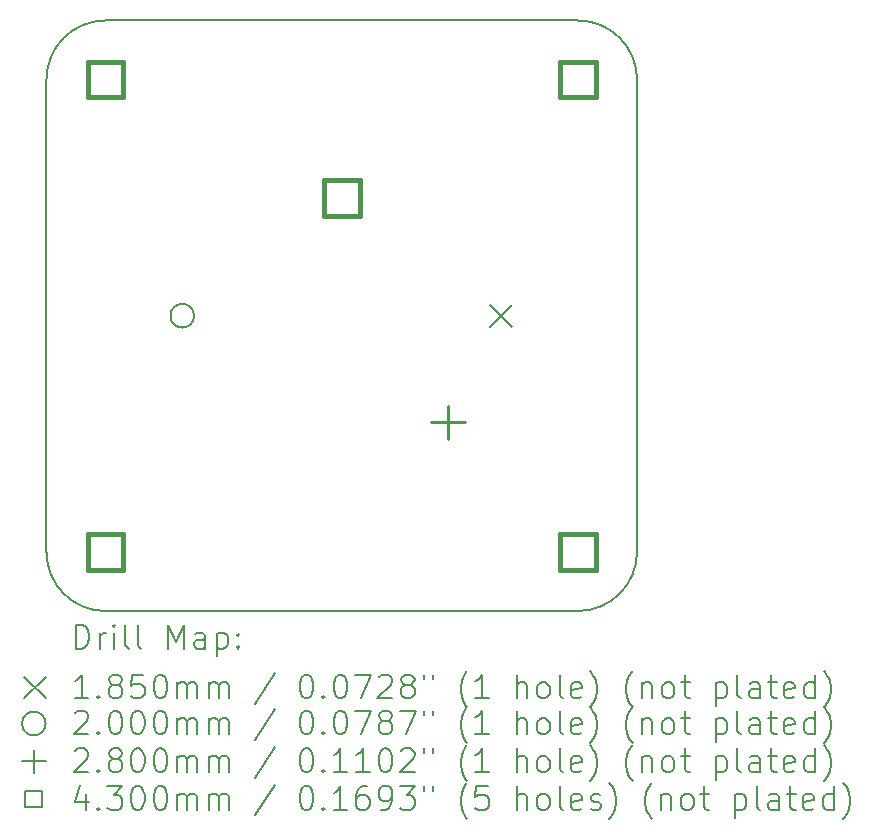
<source format=gbr>
%TF.GenerationSoftware,KiCad,Pcbnew,6.0.11+dfsg-1*%
%TF.CreationDate,2023-12-17T01:10:25-05:00*%
%TF.ProjectId,x27_controller,7832375f-636f-46e7-9472-6f6c6c65722e,rev?*%
%TF.SameCoordinates,Original*%
%TF.FileFunction,Drillmap*%
%TF.FilePolarity,Positive*%
%FSLAX45Y45*%
G04 Gerber Fmt 4.5, Leading zero omitted, Abs format (unit mm)*
G04 Created by KiCad (PCBNEW 6.0.11+dfsg-1) date 2023-12-17 01:10:25*
%MOMM*%
%LPD*%
G01*
G04 APERTURE LIST*
%ADD10C,0.150000*%
%ADD11C,0.200000*%
%ADD12C,0.185000*%
%ADD13C,0.280000*%
%ADD14C,0.430000*%
G04 APERTURE END LIST*
D10*
X10000000Y-9500000D02*
G75*
G03*
X10500000Y-10000000I500000J0D01*
G01*
X10500000Y-10000000D02*
X14500000Y-10000000D01*
X10500000Y-5000000D02*
X14500000Y-5000000D01*
X15000000Y-5500000D02*
G75*
G03*
X14500000Y-5000000I-500000J0D01*
G01*
X10500000Y-5000000D02*
G75*
G03*
X10000000Y-5500000I0J-500000D01*
G01*
X15000000Y-5500000D02*
X15000000Y-9500000D01*
X10000000Y-5500000D02*
X10000000Y-9500000D01*
X14500000Y-10000000D02*
G75*
G03*
X15000000Y-9500000I0J500000D01*
G01*
D11*
D12*
X13757500Y-7407500D02*
X13942500Y-7592500D01*
X13942500Y-7407500D02*
X13757500Y-7592500D01*
D11*
X11250000Y-7500000D02*
G75*
G03*
X11250000Y-7500000I-100000J0D01*
G01*
D13*
X13400000Y-8260000D02*
X13400000Y-8540000D01*
X13260000Y-8400000D02*
X13540000Y-8400000D01*
D14*
X10652029Y-5652029D02*
X10652029Y-5347971D01*
X10347971Y-5347971D01*
X10347971Y-5652029D01*
X10652029Y-5652029D01*
X10652029Y-9652029D02*
X10652029Y-9347971D01*
X10347971Y-9347971D01*
X10347971Y-9652029D01*
X10652029Y-9652029D01*
X12652029Y-6652029D02*
X12652029Y-6347971D01*
X12347971Y-6347971D01*
X12347971Y-6652029D01*
X12652029Y-6652029D01*
X14652029Y-5652029D02*
X14652029Y-5347971D01*
X14347971Y-5347971D01*
X14347971Y-5652029D01*
X14652029Y-5652029D01*
X14652029Y-9652029D02*
X14652029Y-9347971D01*
X14347971Y-9347971D01*
X14347971Y-9652029D01*
X14652029Y-9652029D01*
D11*
X10250119Y-10317976D02*
X10250119Y-10117976D01*
X10297738Y-10117976D01*
X10326310Y-10127500D01*
X10345357Y-10146548D01*
X10354881Y-10165595D01*
X10364405Y-10203690D01*
X10364405Y-10232262D01*
X10354881Y-10270357D01*
X10345357Y-10289405D01*
X10326310Y-10308452D01*
X10297738Y-10317976D01*
X10250119Y-10317976D01*
X10450119Y-10317976D02*
X10450119Y-10184643D01*
X10450119Y-10222738D02*
X10459643Y-10203690D01*
X10469167Y-10194167D01*
X10488214Y-10184643D01*
X10507262Y-10184643D01*
X10573929Y-10317976D02*
X10573929Y-10184643D01*
X10573929Y-10117976D02*
X10564405Y-10127500D01*
X10573929Y-10137024D01*
X10583452Y-10127500D01*
X10573929Y-10117976D01*
X10573929Y-10137024D01*
X10697738Y-10317976D02*
X10678690Y-10308452D01*
X10669167Y-10289405D01*
X10669167Y-10117976D01*
X10802500Y-10317976D02*
X10783452Y-10308452D01*
X10773929Y-10289405D01*
X10773929Y-10117976D01*
X11031071Y-10317976D02*
X11031071Y-10117976D01*
X11097738Y-10260833D01*
X11164405Y-10117976D01*
X11164405Y-10317976D01*
X11345357Y-10317976D02*
X11345357Y-10213214D01*
X11335833Y-10194167D01*
X11316786Y-10184643D01*
X11278690Y-10184643D01*
X11259643Y-10194167D01*
X11345357Y-10308452D02*
X11326309Y-10317976D01*
X11278690Y-10317976D01*
X11259643Y-10308452D01*
X11250119Y-10289405D01*
X11250119Y-10270357D01*
X11259643Y-10251310D01*
X11278690Y-10241786D01*
X11326309Y-10241786D01*
X11345357Y-10232262D01*
X11440595Y-10184643D02*
X11440595Y-10384643D01*
X11440595Y-10194167D02*
X11459643Y-10184643D01*
X11497738Y-10184643D01*
X11516786Y-10194167D01*
X11526309Y-10203690D01*
X11535833Y-10222738D01*
X11535833Y-10279881D01*
X11526309Y-10298929D01*
X11516786Y-10308452D01*
X11497738Y-10317976D01*
X11459643Y-10317976D01*
X11440595Y-10308452D01*
X11621548Y-10298929D02*
X11631071Y-10308452D01*
X11621548Y-10317976D01*
X11612024Y-10308452D01*
X11621548Y-10298929D01*
X11621548Y-10317976D01*
X11621548Y-10194167D02*
X11631071Y-10203690D01*
X11621548Y-10213214D01*
X11612024Y-10203690D01*
X11621548Y-10194167D01*
X11621548Y-10213214D01*
D12*
X9807500Y-10555000D02*
X9992500Y-10740000D01*
X9992500Y-10555000D02*
X9807500Y-10740000D01*
D11*
X10354881Y-10737976D02*
X10240595Y-10737976D01*
X10297738Y-10737976D02*
X10297738Y-10537976D01*
X10278690Y-10566548D01*
X10259643Y-10585595D01*
X10240595Y-10595119D01*
X10440595Y-10718929D02*
X10450119Y-10728452D01*
X10440595Y-10737976D01*
X10431071Y-10728452D01*
X10440595Y-10718929D01*
X10440595Y-10737976D01*
X10564405Y-10623690D02*
X10545357Y-10614167D01*
X10535833Y-10604643D01*
X10526310Y-10585595D01*
X10526310Y-10576071D01*
X10535833Y-10557024D01*
X10545357Y-10547500D01*
X10564405Y-10537976D01*
X10602500Y-10537976D01*
X10621548Y-10547500D01*
X10631071Y-10557024D01*
X10640595Y-10576071D01*
X10640595Y-10585595D01*
X10631071Y-10604643D01*
X10621548Y-10614167D01*
X10602500Y-10623690D01*
X10564405Y-10623690D01*
X10545357Y-10633214D01*
X10535833Y-10642738D01*
X10526310Y-10661786D01*
X10526310Y-10699881D01*
X10535833Y-10718929D01*
X10545357Y-10728452D01*
X10564405Y-10737976D01*
X10602500Y-10737976D01*
X10621548Y-10728452D01*
X10631071Y-10718929D01*
X10640595Y-10699881D01*
X10640595Y-10661786D01*
X10631071Y-10642738D01*
X10621548Y-10633214D01*
X10602500Y-10623690D01*
X10821548Y-10537976D02*
X10726310Y-10537976D01*
X10716786Y-10633214D01*
X10726310Y-10623690D01*
X10745357Y-10614167D01*
X10792976Y-10614167D01*
X10812024Y-10623690D01*
X10821548Y-10633214D01*
X10831071Y-10652262D01*
X10831071Y-10699881D01*
X10821548Y-10718929D01*
X10812024Y-10728452D01*
X10792976Y-10737976D01*
X10745357Y-10737976D01*
X10726310Y-10728452D01*
X10716786Y-10718929D01*
X10954881Y-10537976D02*
X10973929Y-10537976D01*
X10992976Y-10547500D01*
X11002500Y-10557024D01*
X11012024Y-10576071D01*
X11021548Y-10614167D01*
X11021548Y-10661786D01*
X11012024Y-10699881D01*
X11002500Y-10718929D01*
X10992976Y-10728452D01*
X10973929Y-10737976D01*
X10954881Y-10737976D01*
X10935833Y-10728452D01*
X10926310Y-10718929D01*
X10916786Y-10699881D01*
X10907262Y-10661786D01*
X10907262Y-10614167D01*
X10916786Y-10576071D01*
X10926310Y-10557024D01*
X10935833Y-10547500D01*
X10954881Y-10537976D01*
X11107262Y-10737976D02*
X11107262Y-10604643D01*
X11107262Y-10623690D02*
X11116786Y-10614167D01*
X11135833Y-10604643D01*
X11164405Y-10604643D01*
X11183452Y-10614167D01*
X11192976Y-10633214D01*
X11192976Y-10737976D01*
X11192976Y-10633214D02*
X11202500Y-10614167D01*
X11221548Y-10604643D01*
X11250119Y-10604643D01*
X11269167Y-10614167D01*
X11278690Y-10633214D01*
X11278690Y-10737976D01*
X11373928Y-10737976D02*
X11373928Y-10604643D01*
X11373928Y-10623690D02*
X11383452Y-10614167D01*
X11402500Y-10604643D01*
X11431071Y-10604643D01*
X11450119Y-10614167D01*
X11459643Y-10633214D01*
X11459643Y-10737976D01*
X11459643Y-10633214D02*
X11469167Y-10614167D01*
X11488214Y-10604643D01*
X11516786Y-10604643D01*
X11535833Y-10614167D01*
X11545357Y-10633214D01*
X11545357Y-10737976D01*
X11935833Y-10528452D02*
X11764405Y-10785595D01*
X12192976Y-10537976D02*
X12212024Y-10537976D01*
X12231071Y-10547500D01*
X12240595Y-10557024D01*
X12250119Y-10576071D01*
X12259643Y-10614167D01*
X12259643Y-10661786D01*
X12250119Y-10699881D01*
X12240595Y-10718929D01*
X12231071Y-10728452D01*
X12212024Y-10737976D01*
X12192976Y-10737976D01*
X12173928Y-10728452D01*
X12164405Y-10718929D01*
X12154881Y-10699881D01*
X12145357Y-10661786D01*
X12145357Y-10614167D01*
X12154881Y-10576071D01*
X12164405Y-10557024D01*
X12173928Y-10547500D01*
X12192976Y-10537976D01*
X12345357Y-10718929D02*
X12354881Y-10728452D01*
X12345357Y-10737976D01*
X12335833Y-10728452D01*
X12345357Y-10718929D01*
X12345357Y-10737976D01*
X12478690Y-10537976D02*
X12497738Y-10537976D01*
X12516786Y-10547500D01*
X12526309Y-10557024D01*
X12535833Y-10576071D01*
X12545357Y-10614167D01*
X12545357Y-10661786D01*
X12535833Y-10699881D01*
X12526309Y-10718929D01*
X12516786Y-10728452D01*
X12497738Y-10737976D01*
X12478690Y-10737976D01*
X12459643Y-10728452D01*
X12450119Y-10718929D01*
X12440595Y-10699881D01*
X12431071Y-10661786D01*
X12431071Y-10614167D01*
X12440595Y-10576071D01*
X12450119Y-10557024D01*
X12459643Y-10547500D01*
X12478690Y-10537976D01*
X12612024Y-10537976D02*
X12745357Y-10537976D01*
X12659643Y-10737976D01*
X12812024Y-10557024D02*
X12821548Y-10547500D01*
X12840595Y-10537976D01*
X12888214Y-10537976D01*
X12907262Y-10547500D01*
X12916786Y-10557024D01*
X12926309Y-10576071D01*
X12926309Y-10595119D01*
X12916786Y-10623690D01*
X12802500Y-10737976D01*
X12926309Y-10737976D01*
X13040595Y-10623690D02*
X13021548Y-10614167D01*
X13012024Y-10604643D01*
X13002500Y-10585595D01*
X13002500Y-10576071D01*
X13012024Y-10557024D01*
X13021548Y-10547500D01*
X13040595Y-10537976D01*
X13078690Y-10537976D01*
X13097738Y-10547500D01*
X13107262Y-10557024D01*
X13116786Y-10576071D01*
X13116786Y-10585595D01*
X13107262Y-10604643D01*
X13097738Y-10614167D01*
X13078690Y-10623690D01*
X13040595Y-10623690D01*
X13021548Y-10633214D01*
X13012024Y-10642738D01*
X13002500Y-10661786D01*
X13002500Y-10699881D01*
X13012024Y-10718929D01*
X13021548Y-10728452D01*
X13040595Y-10737976D01*
X13078690Y-10737976D01*
X13097738Y-10728452D01*
X13107262Y-10718929D01*
X13116786Y-10699881D01*
X13116786Y-10661786D01*
X13107262Y-10642738D01*
X13097738Y-10633214D01*
X13078690Y-10623690D01*
X13192976Y-10537976D02*
X13192976Y-10576071D01*
X13269167Y-10537976D02*
X13269167Y-10576071D01*
X13564405Y-10814167D02*
X13554881Y-10804643D01*
X13535833Y-10776071D01*
X13526309Y-10757024D01*
X13516786Y-10728452D01*
X13507262Y-10680833D01*
X13507262Y-10642738D01*
X13516786Y-10595119D01*
X13526309Y-10566548D01*
X13535833Y-10547500D01*
X13554881Y-10518929D01*
X13564405Y-10509405D01*
X13745357Y-10737976D02*
X13631071Y-10737976D01*
X13688214Y-10737976D02*
X13688214Y-10537976D01*
X13669167Y-10566548D01*
X13650119Y-10585595D01*
X13631071Y-10595119D01*
X13983452Y-10737976D02*
X13983452Y-10537976D01*
X14069167Y-10737976D02*
X14069167Y-10633214D01*
X14059643Y-10614167D01*
X14040595Y-10604643D01*
X14012024Y-10604643D01*
X13992976Y-10614167D01*
X13983452Y-10623690D01*
X14192976Y-10737976D02*
X14173928Y-10728452D01*
X14164405Y-10718929D01*
X14154881Y-10699881D01*
X14154881Y-10642738D01*
X14164405Y-10623690D01*
X14173928Y-10614167D01*
X14192976Y-10604643D01*
X14221548Y-10604643D01*
X14240595Y-10614167D01*
X14250119Y-10623690D01*
X14259643Y-10642738D01*
X14259643Y-10699881D01*
X14250119Y-10718929D01*
X14240595Y-10728452D01*
X14221548Y-10737976D01*
X14192976Y-10737976D01*
X14373928Y-10737976D02*
X14354881Y-10728452D01*
X14345357Y-10709405D01*
X14345357Y-10537976D01*
X14526309Y-10728452D02*
X14507262Y-10737976D01*
X14469167Y-10737976D01*
X14450119Y-10728452D01*
X14440595Y-10709405D01*
X14440595Y-10633214D01*
X14450119Y-10614167D01*
X14469167Y-10604643D01*
X14507262Y-10604643D01*
X14526309Y-10614167D01*
X14535833Y-10633214D01*
X14535833Y-10652262D01*
X14440595Y-10671310D01*
X14602500Y-10814167D02*
X14612024Y-10804643D01*
X14631071Y-10776071D01*
X14640595Y-10757024D01*
X14650119Y-10728452D01*
X14659643Y-10680833D01*
X14659643Y-10642738D01*
X14650119Y-10595119D01*
X14640595Y-10566548D01*
X14631071Y-10547500D01*
X14612024Y-10518929D01*
X14602500Y-10509405D01*
X14964405Y-10814167D02*
X14954881Y-10804643D01*
X14935833Y-10776071D01*
X14926309Y-10757024D01*
X14916786Y-10728452D01*
X14907262Y-10680833D01*
X14907262Y-10642738D01*
X14916786Y-10595119D01*
X14926309Y-10566548D01*
X14935833Y-10547500D01*
X14954881Y-10518929D01*
X14964405Y-10509405D01*
X15040595Y-10604643D02*
X15040595Y-10737976D01*
X15040595Y-10623690D02*
X15050119Y-10614167D01*
X15069167Y-10604643D01*
X15097738Y-10604643D01*
X15116786Y-10614167D01*
X15126309Y-10633214D01*
X15126309Y-10737976D01*
X15250119Y-10737976D02*
X15231071Y-10728452D01*
X15221548Y-10718929D01*
X15212024Y-10699881D01*
X15212024Y-10642738D01*
X15221548Y-10623690D01*
X15231071Y-10614167D01*
X15250119Y-10604643D01*
X15278690Y-10604643D01*
X15297738Y-10614167D01*
X15307262Y-10623690D01*
X15316786Y-10642738D01*
X15316786Y-10699881D01*
X15307262Y-10718929D01*
X15297738Y-10728452D01*
X15278690Y-10737976D01*
X15250119Y-10737976D01*
X15373928Y-10604643D02*
X15450119Y-10604643D01*
X15402500Y-10537976D02*
X15402500Y-10709405D01*
X15412024Y-10728452D01*
X15431071Y-10737976D01*
X15450119Y-10737976D01*
X15669167Y-10604643D02*
X15669167Y-10804643D01*
X15669167Y-10614167D02*
X15688214Y-10604643D01*
X15726309Y-10604643D01*
X15745357Y-10614167D01*
X15754881Y-10623690D01*
X15764405Y-10642738D01*
X15764405Y-10699881D01*
X15754881Y-10718929D01*
X15745357Y-10728452D01*
X15726309Y-10737976D01*
X15688214Y-10737976D01*
X15669167Y-10728452D01*
X15878690Y-10737976D02*
X15859643Y-10728452D01*
X15850119Y-10709405D01*
X15850119Y-10537976D01*
X16040595Y-10737976D02*
X16040595Y-10633214D01*
X16031071Y-10614167D01*
X16012024Y-10604643D01*
X15973928Y-10604643D01*
X15954881Y-10614167D01*
X16040595Y-10728452D02*
X16021548Y-10737976D01*
X15973928Y-10737976D01*
X15954881Y-10728452D01*
X15945357Y-10709405D01*
X15945357Y-10690357D01*
X15954881Y-10671310D01*
X15973928Y-10661786D01*
X16021548Y-10661786D01*
X16040595Y-10652262D01*
X16107262Y-10604643D02*
X16183452Y-10604643D01*
X16135833Y-10537976D02*
X16135833Y-10709405D01*
X16145357Y-10728452D01*
X16164405Y-10737976D01*
X16183452Y-10737976D01*
X16326309Y-10728452D02*
X16307262Y-10737976D01*
X16269167Y-10737976D01*
X16250119Y-10728452D01*
X16240595Y-10709405D01*
X16240595Y-10633214D01*
X16250119Y-10614167D01*
X16269167Y-10604643D01*
X16307262Y-10604643D01*
X16326309Y-10614167D01*
X16335833Y-10633214D01*
X16335833Y-10652262D01*
X16240595Y-10671310D01*
X16507262Y-10737976D02*
X16507262Y-10537976D01*
X16507262Y-10728452D02*
X16488214Y-10737976D01*
X16450119Y-10737976D01*
X16431071Y-10728452D01*
X16421548Y-10718929D01*
X16412024Y-10699881D01*
X16412024Y-10642738D01*
X16421548Y-10623690D01*
X16431071Y-10614167D01*
X16450119Y-10604643D01*
X16488214Y-10604643D01*
X16507262Y-10614167D01*
X16583452Y-10814167D02*
X16592976Y-10804643D01*
X16612024Y-10776071D01*
X16621548Y-10757024D01*
X16631071Y-10728452D01*
X16640595Y-10680833D01*
X16640595Y-10642738D01*
X16631071Y-10595119D01*
X16621548Y-10566548D01*
X16612024Y-10547500D01*
X16592976Y-10518929D01*
X16583452Y-10509405D01*
X9992500Y-10952500D02*
G75*
G03*
X9992500Y-10952500I-100000J0D01*
G01*
X10240595Y-10862024D02*
X10250119Y-10852500D01*
X10269167Y-10842976D01*
X10316786Y-10842976D01*
X10335833Y-10852500D01*
X10345357Y-10862024D01*
X10354881Y-10881071D01*
X10354881Y-10900119D01*
X10345357Y-10928690D01*
X10231071Y-11042976D01*
X10354881Y-11042976D01*
X10440595Y-11023929D02*
X10450119Y-11033452D01*
X10440595Y-11042976D01*
X10431071Y-11033452D01*
X10440595Y-11023929D01*
X10440595Y-11042976D01*
X10573929Y-10842976D02*
X10592976Y-10842976D01*
X10612024Y-10852500D01*
X10621548Y-10862024D01*
X10631071Y-10881071D01*
X10640595Y-10919167D01*
X10640595Y-10966786D01*
X10631071Y-11004881D01*
X10621548Y-11023929D01*
X10612024Y-11033452D01*
X10592976Y-11042976D01*
X10573929Y-11042976D01*
X10554881Y-11033452D01*
X10545357Y-11023929D01*
X10535833Y-11004881D01*
X10526310Y-10966786D01*
X10526310Y-10919167D01*
X10535833Y-10881071D01*
X10545357Y-10862024D01*
X10554881Y-10852500D01*
X10573929Y-10842976D01*
X10764405Y-10842976D02*
X10783452Y-10842976D01*
X10802500Y-10852500D01*
X10812024Y-10862024D01*
X10821548Y-10881071D01*
X10831071Y-10919167D01*
X10831071Y-10966786D01*
X10821548Y-11004881D01*
X10812024Y-11023929D01*
X10802500Y-11033452D01*
X10783452Y-11042976D01*
X10764405Y-11042976D01*
X10745357Y-11033452D01*
X10735833Y-11023929D01*
X10726310Y-11004881D01*
X10716786Y-10966786D01*
X10716786Y-10919167D01*
X10726310Y-10881071D01*
X10735833Y-10862024D01*
X10745357Y-10852500D01*
X10764405Y-10842976D01*
X10954881Y-10842976D02*
X10973929Y-10842976D01*
X10992976Y-10852500D01*
X11002500Y-10862024D01*
X11012024Y-10881071D01*
X11021548Y-10919167D01*
X11021548Y-10966786D01*
X11012024Y-11004881D01*
X11002500Y-11023929D01*
X10992976Y-11033452D01*
X10973929Y-11042976D01*
X10954881Y-11042976D01*
X10935833Y-11033452D01*
X10926310Y-11023929D01*
X10916786Y-11004881D01*
X10907262Y-10966786D01*
X10907262Y-10919167D01*
X10916786Y-10881071D01*
X10926310Y-10862024D01*
X10935833Y-10852500D01*
X10954881Y-10842976D01*
X11107262Y-11042976D02*
X11107262Y-10909643D01*
X11107262Y-10928690D02*
X11116786Y-10919167D01*
X11135833Y-10909643D01*
X11164405Y-10909643D01*
X11183452Y-10919167D01*
X11192976Y-10938214D01*
X11192976Y-11042976D01*
X11192976Y-10938214D02*
X11202500Y-10919167D01*
X11221548Y-10909643D01*
X11250119Y-10909643D01*
X11269167Y-10919167D01*
X11278690Y-10938214D01*
X11278690Y-11042976D01*
X11373928Y-11042976D02*
X11373928Y-10909643D01*
X11373928Y-10928690D02*
X11383452Y-10919167D01*
X11402500Y-10909643D01*
X11431071Y-10909643D01*
X11450119Y-10919167D01*
X11459643Y-10938214D01*
X11459643Y-11042976D01*
X11459643Y-10938214D02*
X11469167Y-10919167D01*
X11488214Y-10909643D01*
X11516786Y-10909643D01*
X11535833Y-10919167D01*
X11545357Y-10938214D01*
X11545357Y-11042976D01*
X11935833Y-10833452D02*
X11764405Y-11090595D01*
X12192976Y-10842976D02*
X12212024Y-10842976D01*
X12231071Y-10852500D01*
X12240595Y-10862024D01*
X12250119Y-10881071D01*
X12259643Y-10919167D01*
X12259643Y-10966786D01*
X12250119Y-11004881D01*
X12240595Y-11023929D01*
X12231071Y-11033452D01*
X12212024Y-11042976D01*
X12192976Y-11042976D01*
X12173928Y-11033452D01*
X12164405Y-11023929D01*
X12154881Y-11004881D01*
X12145357Y-10966786D01*
X12145357Y-10919167D01*
X12154881Y-10881071D01*
X12164405Y-10862024D01*
X12173928Y-10852500D01*
X12192976Y-10842976D01*
X12345357Y-11023929D02*
X12354881Y-11033452D01*
X12345357Y-11042976D01*
X12335833Y-11033452D01*
X12345357Y-11023929D01*
X12345357Y-11042976D01*
X12478690Y-10842976D02*
X12497738Y-10842976D01*
X12516786Y-10852500D01*
X12526309Y-10862024D01*
X12535833Y-10881071D01*
X12545357Y-10919167D01*
X12545357Y-10966786D01*
X12535833Y-11004881D01*
X12526309Y-11023929D01*
X12516786Y-11033452D01*
X12497738Y-11042976D01*
X12478690Y-11042976D01*
X12459643Y-11033452D01*
X12450119Y-11023929D01*
X12440595Y-11004881D01*
X12431071Y-10966786D01*
X12431071Y-10919167D01*
X12440595Y-10881071D01*
X12450119Y-10862024D01*
X12459643Y-10852500D01*
X12478690Y-10842976D01*
X12612024Y-10842976D02*
X12745357Y-10842976D01*
X12659643Y-11042976D01*
X12850119Y-10928690D02*
X12831071Y-10919167D01*
X12821548Y-10909643D01*
X12812024Y-10890595D01*
X12812024Y-10881071D01*
X12821548Y-10862024D01*
X12831071Y-10852500D01*
X12850119Y-10842976D01*
X12888214Y-10842976D01*
X12907262Y-10852500D01*
X12916786Y-10862024D01*
X12926309Y-10881071D01*
X12926309Y-10890595D01*
X12916786Y-10909643D01*
X12907262Y-10919167D01*
X12888214Y-10928690D01*
X12850119Y-10928690D01*
X12831071Y-10938214D01*
X12821548Y-10947738D01*
X12812024Y-10966786D01*
X12812024Y-11004881D01*
X12821548Y-11023929D01*
X12831071Y-11033452D01*
X12850119Y-11042976D01*
X12888214Y-11042976D01*
X12907262Y-11033452D01*
X12916786Y-11023929D01*
X12926309Y-11004881D01*
X12926309Y-10966786D01*
X12916786Y-10947738D01*
X12907262Y-10938214D01*
X12888214Y-10928690D01*
X12992976Y-10842976D02*
X13126309Y-10842976D01*
X13040595Y-11042976D01*
X13192976Y-10842976D02*
X13192976Y-10881071D01*
X13269167Y-10842976D02*
X13269167Y-10881071D01*
X13564405Y-11119167D02*
X13554881Y-11109643D01*
X13535833Y-11081071D01*
X13526309Y-11062024D01*
X13516786Y-11033452D01*
X13507262Y-10985833D01*
X13507262Y-10947738D01*
X13516786Y-10900119D01*
X13526309Y-10871548D01*
X13535833Y-10852500D01*
X13554881Y-10823929D01*
X13564405Y-10814405D01*
X13745357Y-11042976D02*
X13631071Y-11042976D01*
X13688214Y-11042976D02*
X13688214Y-10842976D01*
X13669167Y-10871548D01*
X13650119Y-10890595D01*
X13631071Y-10900119D01*
X13983452Y-11042976D02*
X13983452Y-10842976D01*
X14069167Y-11042976D02*
X14069167Y-10938214D01*
X14059643Y-10919167D01*
X14040595Y-10909643D01*
X14012024Y-10909643D01*
X13992976Y-10919167D01*
X13983452Y-10928690D01*
X14192976Y-11042976D02*
X14173928Y-11033452D01*
X14164405Y-11023929D01*
X14154881Y-11004881D01*
X14154881Y-10947738D01*
X14164405Y-10928690D01*
X14173928Y-10919167D01*
X14192976Y-10909643D01*
X14221548Y-10909643D01*
X14240595Y-10919167D01*
X14250119Y-10928690D01*
X14259643Y-10947738D01*
X14259643Y-11004881D01*
X14250119Y-11023929D01*
X14240595Y-11033452D01*
X14221548Y-11042976D01*
X14192976Y-11042976D01*
X14373928Y-11042976D02*
X14354881Y-11033452D01*
X14345357Y-11014405D01*
X14345357Y-10842976D01*
X14526309Y-11033452D02*
X14507262Y-11042976D01*
X14469167Y-11042976D01*
X14450119Y-11033452D01*
X14440595Y-11014405D01*
X14440595Y-10938214D01*
X14450119Y-10919167D01*
X14469167Y-10909643D01*
X14507262Y-10909643D01*
X14526309Y-10919167D01*
X14535833Y-10938214D01*
X14535833Y-10957262D01*
X14440595Y-10976310D01*
X14602500Y-11119167D02*
X14612024Y-11109643D01*
X14631071Y-11081071D01*
X14640595Y-11062024D01*
X14650119Y-11033452D01*
X14659643Y-10985833D01*
X14659643Y-10947738D01*
X14650119Y-10900119D01*
X14640595Y-10871548D01*
X14631071Y-10852500D01*
X14612024Y-10823929D01*
X14602500Y-10814405D01*
X14964405Y-11119167D02*
X14954881Y-11109643D01*
X14935833Y-11081071D01*
X14926309Y-11062024D01*
X14916786Y-11033452D01*
X14907262Y-10985833D01*
X14907262Y-10947738D01*
X14916786Y-10900119D01*
X14926309Y-10871548D01*
X14935833Y-10852500D01*
X14954881Y-10823929D01*
X14964405Y-10814405D01*
X15040595Y-10909643D02*
X15040595Y-11042976D01*
X15040595Y-10928690D02*
X15050119Y-10919167D01*
X15069167Y-10909643D01*
X15097738Y-10909643D01*
X15116786Y-10919167D01*
X15126309Y-10938214D01*
X15126309Y-11042976D01*
X15250119Y-11042976D02*
X15231071Y-11033452D01*
X15221548Y-11023929D01*
X15212024Y-11004881D01*
X15212024Y-10947738D01*
X15221548Y-10928690D01*
X15231071Y-10919167D01*
X15250119Y-10909643D01*
X15278690Y-10909643D01*
X15297738Y-10919167D01*
X15307262Y-10928690D01*
X15316786Y-10947738D01*
X15316786Y-11004881D01*
X15307262Y-11023929D01*
X15297738Y-11033452D01*
X15278690Y-11042976D01*
X15250119Y-11042976D01*
X15373928Y-10909643D02*
X15450119Y-10909643D01*
X15402500Y-10842976D02*
X15402500Y-11014405D01*
X15412024Y-11033452D01*
X15431071Y-11042976D01*
X15450119Y-11042976D01*
X15669167Y-10909643D02*
X15669167Y-11109643D01*
X15669167Y-10919167D02*
X15688214Y-10909643D01*
X15726309Y-10909643D01*
X15745357Y-10919167D01*
X15754881Y-10928690D01*
X15764405Y-10947738D01*
X15764405Y-11004881D01*
X15754881Y-11023929D01*
X15745357Y-11033452D01*
X15726309Y-11042976D01*
X15688214Y-11042976D01*
X15669167Y-11033452D01*
X15878690Y-11042976D02*
X15859643Y-11033452D01*
X15850119Y-11014405D01*
X15850119Y-10842976D01*
X16040595Y-11042976D02*
X16040595Y-10938214D01*
X16031071Y-10919167D01*
X16012024Y-10909643D01*
X15973928Y-10909643D01*
X15954881Y-10919167D01*
X16040595Y-11033452D02*
X16021548Y-11042976D01*
X15973928Y-11042976D01*
X15954881Y-11033452D01*
X15945357Y-11014405D01*
X15945357Y-10995357D01*
X15954881Y-10976310D01*
X15973928Y-10966786D01*
X16021548Y-10966786D01*
X16040595Y-10957262D01*
X16107262Y-10909643D02*
X16183452Y-10909643D01*
X16135833Y-10842976D02*
X16135833Y-11014405D01*
X16145357Y-11033452D01*
X16164405Y-11042976D01*
X16183452Y-11042976D01*
X16326309Y-11033452D02*
X16307262Y-11042976D01*
X16269167Y-11042976D01*
X16250119Y-11033452D01*
X16240595Y-11014405D01*
X16240595Y-10938214D01*
X16250119Y-10919167D01*
X16269167Y-10909643D01*
X16307262Y-10909643D01*
X16326309Y-10919167D01*
X16335833Y-10938214D01*
X16335833Y-10957262D01*
X16240595Y-10976310D01*
X16507262Y-11042976D02*
X16507262Y-10842976D01*
X16507262Y-11033452D02*
X16488214Y-11042976D01*
X16450119Y-11042976D01*
X16431071Y-11033452D01*
X16421548Y-11023929D01*
X16412024Y-11004881D01*
X16412024Y-10947738D01*
X16421548Y-10928690D01*
X16431071Y-10919167D01*
X16450119Y-10909643D01*
X16488214Y-10909643D01*
X16507262Y-10919167D01*
X16583452Y-11119167D02*
X16592976Y-11109643D01*
X16612024Y-11081071D01*
X16621548Y-11062024D01*
X16631071Y-11033452D01*
X16640595Y-10985833D01*
X16640595Y-10947738D01*
X16631071Y-10900119D01*
X16621548Y-10871548D01*
X16612024Y-10852500D01*
X16592976Y-10823929D01*
X16583452Y-10814405D01*
X9892500Y-11172500D02*
X9892500Y-11372500D01*
X9792500Y-11272500D02*
X9992500Y-11272500D01*
X10240595Y-11182024D02*
X10250119Y-11172500D01*
X10269167Y-11162976D01*
X10316786Y-11162976D01*
X10335833Y-11172500D01*
X10345357Y-11182024D01*
X10354881Y-11201071D01*
X10354881Y-11220119D01*
X10345357Y-11248690D01*
X10231071Y-11362976D01*
X10354881Y-11362976D01*
X10440595Y-11343928D02*
X10450119Y-11353452D01*
X10440595Y-11362976D01*
X10431071Y-11353452D01*
X10440595Y-11343928D01*
X10440595Y-11362976D01*
X10564405Y-11248690D02*
X10545357Y-11239167D01*
X10535833Y-11229643D01*
X10526310Y-11210595D01*
X10526310Y-11201071D01*
X10535833Y-11182024D01*
X10545357Y-11172500D01*
X10564405Y-11162976D01*
X10602500Y-11162976D01*
X10621548Y-11172500D01*
X10631071Y-11182024D01*
X10640595Y-11201071D01*
X10640595Y-11210595D01*
X10631071Y-11229643D01*
X10621548Y-11239167D01*
X10602500Y-11248690D01*
X10564405Y-11248690D01*
X10545357Y-11258214D01*
X10535833Y-11267738D01*
X10526310Y-11286786D01*
X10526310Y-11324881D01*
X10535833Y-11343928D01*
X10545357Y-11353452D01*
X10564405Y-11362976D01*
X10602500Y-11362976D01*
X10621548Y-11353452D01*
X10631071Y-11343928D01*
X10640595Y-11324881D01*
X10640595Y-11286786D01*
X10631071Y-11267738D01*
X10621548Y-11258214D01*
X10602500Y-11248690D01*
X10764405Y-11162976D02*
X10783452Y-11162976D01*
X10802500Y-11172500D01*
X10812024Y-11182024D01*
X10821548Y-11201071D01*
X10831071Y-11239167D01*
X10831071Y-11286786D01*
X10821548Y-11324881D01*
X10812024Y-11343928D01*
X10802500Y-11353452D01*
X10783452Y-11362976D01*
X10764405Y-11362976D01*
X10745357Y-11353452D01*
X10735833Y-11343928D01*
X10726310Y-11324881D01*
X10716786Y-11286786D01*
X10716786Y-11239167D01*
X10726310Y-11201071D01*
X10735833Y-11182024D01*
X10745357Y-11172500D01*
X10764405Y-11162976D01*
X10954881Y-11162976D02*
X10973929Y-11162976D01*
X10992976Y-11172500D01*
X11002500Y-11182024D01*
X11012024Y-11201071D01*
X11021548Y-11239167D01*
X11021548Y-11286786D01*
X11012024Y-11324881D01*
X11002500Y-11343928D01*
X10992976Y-11353452D01*
X10973929Y-11362976D01*
X10954881Y-11362976D01*
X10935833Y-11353452D01*
X10926310Y-11343928D01*
X10916786Y-11324881D01*
X10907262Y-11286786D01*
X10907262Y-11239167D01*
X10916786Y-11201071D01*
X10926310Y-11182024D01*
X10935833Y-11172500D01*
X10954881Y-11162976D01*
X11107262Y-11362976D02*
X11107262Y-11229643D01*
X11107262Y-11248690D02*
X11116786Y-11239167D01*
X11135833Y-11229643D01*
X11164405Y-11229643D01*
X11183452Y-11239167D01*
X11192976Y-11258214D01*
X11192976Y-11362976D01*
X11192976Y-11258214D02*
X11202500Y-11239167D01*
X11221548Y-11229643D01*
X11250119Y-11229643D01*
X11269167Y-11239167D01*
X11278690Y-11258214D01*
X11278690Y-11362976D01*
X11373928Y-11362976D02*
X11373928Y-11229643D01*
X11373928Y-11248690D02*
X11383452Y-11239167D01*
X11402500Y-11229643D01*
X11431071Y-11229643D01*
X11450119Y-11239167D01*
X11459643Y-11258214D01*
X11459643Y-11362976D01*
X11459643Y-11258214D02*
X11469167Y-11239167D01*
X11488214Y-11229643D01*
X11516786Y-11229643D01*
X11535833Y-11239167D01*
X11545357Y-11258214D01*
X11545357Y-11362976D01*
X11935833Y-11153452D02*
X11764405Y-11410595D01*
X12192976Y-11162976D02*
X12212024Y-11162976D01*
X12231071Y-11172500D01*
X12240595Y-11182024D01*
X12250119Y-11201071D01*
X12259643Y-11239167D01*
X12259643Y-11286786D01*
X12250119Y-11324881D01*
X12240595Y-11343928D01*
X12231071Y-11353452D01*
X12212024Y-11362976D01*
X12192976Y-11362976D01*
X12173928Y-11353452D01*
X12164405Y-11343928D01*
X12154881Y-11324881D01*
X12145357Y-11286786D01*
X12145357Y-11239167D01*
X12154881Y-11201071D01*
X12164405Y-11182024D01*
X12173928Y-11172500D01*
X12192976Y-11162976D01*
X12345357Y-11343928D02*
X12354881Y-11353452D01*
X12345357Y-11362976D01*
X12335833Y-11353452D01*
X12345357Y-11343928D01*
X12345357Y-11362976D01*
X12545357Y-11362976D02*
X12431071Y-11362976D01*
X12488214Y-11362976D02*
X12488214Y-11162976D01*
X12469167Y-11191548D01*
X12450119Y-11210595D01*
X12431071Y-11220119D01*
X12735833Y-11362976D02*
X12621548Y-11362976D01*
X12678690Y-11362976D02*
X12678690Y-11162976D01*
X12659643Y-11191548D01*
X12640595Y-11210595D01*
X12621548Y-11220119D01*
X12859643Y-11162976D02*
X12878690Y-11162976D01*
X12897738Y-11172500D01*
X12907262Y-11182024D01*
X12916786Y-11201071D01*
X12926309Y-11239167D01*
X12926309Y-11286786D01*
X12916786Y-11324881D01*
X12907262Y-11343928D01*
X12897738Y-11353452D01*
X12878690Y-11362976D01*
X12859643Y-11362976D01*
X12840595Y-11353452D01*
X12831071Y-11343928D01*
X12821548Y-11324881D01*
X12812024Y-11286786D01*
X12812024Y-11239167D01*
X12821548Y-11201071D01*
X12831071Y-11182024D01*
X12840595Y-11172500D01*
X12859643Y-11162976D01*
X13002500Y-11182024D02*
X13012024Y-11172500D01*
X13031071Y-11162976D01*
X13078690Y-11162976D01*
X13097738Y-11172500D01*
X13107262Y-11182024D01*
X13116786Y-11201071D01*
X13116786Y-11220119D01*
X13107262Y-11248690D01*
X12992976Y-11362976D01*
X13116786Y-11362976D01*
X13192976Y-11162976D02*
X13192976Y-11201071D01*
X13269167Y-11162976D02*
X13269167Y-11201071D01*
X13564405Y-11439167D02*
X13554881Y-11429643D01*
X13535833Y-11401071D01*
X13526309Y-11382024D01*
X13516786Y-11353452D01*
X13507262Y-11305833D01*
X13507262Y-11267738D01*
X13516786Y-11220119D01*
X13526309Y-11191548D01*
X13535833Y-11172500D01*
X13554881Y-11143929D01*
X13564405Y-11134405D01*
X13745357Y-11362976D02*
X13631071Y-11362976D01*
X13688214Y-11362976D02*
X13688214Y-11162976D01*
X13669167Y-11191548D01*
X13650119Y-11210595D01*
X13631071Y-11220119D01*
X13983452Y-11362976D02*
X13983452Y-11162976D01*
X14069167Y-11362976D02*
X14069167Y-11258214D01*
X14059643Y-11239167D01*
X14040595Y-11229643D01*
X14012024Y-11229643D01*
X13992976Y-11239167D01*
X13983452Y-11248690D01*
X14192976Y-11362976D02*
X14173928Y-11353452D01*
X14164405Y-11343928D01*
X14154881Y-11324881D01*
X14154881Y-11267738D01*
X14164405Y-11248690D01*
X14173928Y-11239167D01*
X14192976Y-11229643D01*
X14221548Y-11229643D01*
X14240595Y-11239167D01*
X14250119Y-11248690D01*
X14259643Y-11267738D01*
X14259643Y-11324881D01*
X14250119Y-11343928D01*
X14240595Y-11353452D01*
X14221548Y-11362976D01*
X14192976Y-11362976D01*
X14373928Y-11362976D02*
X14354881Y-11353452D01*
X14345357Y-11334405D01*
X14345357Y-11162976D01*
X14526309Y-11353452D02*
X14507262Y-11362976D01*
X14469167Y-11362976D01*
X14450119Y-11353452D01*
X14440595Y-11334405D01*
X14440595Y-11258214D01*
X14450119Y-11239167D01*
X14469167Y-11229643D01*
X14507262Y-11229643D01*
X14526309Y-11239167D01*
X14535833Y-11258214D01*
X14535833Y-11277262D01*
X14440595Y-11296309D01*
X14602500Y-11439167D02*
X14612024Y-11429643D01*
X14631071Y-11401071D01*
X14640595Y-11382024D01*
X14650119Y-11353452D01*
X14659643Y-11305833D01*
X14659643Y-11267738D01*
X14650119Y-11220119D01*
X14640595Y-11191548D01*
X14631071Y-11172500D01*
X14612024Y-11143929D01*
X14602500Y-11134405D01*
X14964405Y-11439167D02*
X14954881Y-11429643D01*
X14935833Y-11401071D01*
X14926309Y-11382024D01*
X14916786Y-11353452D01*
X14907262Y-11305833D01*
X14907262Y-11267738D01*
X14916786Y-11220119D01*
X14926309Y-11191548D01*
X14935833Y-11172500D01*
X14954881Y-11143929D01*
X14964405Y-11134405D01*
X15040595Y-11229643D02*
X15040595Y-11362976D01*
X15040595Y-11248690D02*
X15050119Y-11239167D01*
X15069167Y-11229643D01*
X15097738Y-11229643D01*
X15116786Y-11239167D01*
X15126309Y-11258214D01*
X15126309Y-11362976D01*
X15250119Y-11362976D02*
X15231071Y-11353452D01*
X15221548Y-11343928D01*
X15212024Y-11324881D01*
X15212024Y-11267738D01*
X15221548Y-11248690D01*
X15231071Y-11239167D01*
X15250119Y-11229643D01*
X15278690Y-11229643D01*
X15297738Y-11239167D01*
X15307262Y-11248690D01*
X15316786Y-11267738D01*
X15316786Y-11324881D01*
X15307262Y-11343928D01*
X15297738Y-11353452D01*
X15278690Y-11362976D01*
X15250119Y-11362976D01*
X15373928Y-11229643D02*
X15450119Y-11229643D01*
X15402500Y-11162976D02*
X15402500Y-11334405D01*
X15412024Y-11353452D01*
X15431071Y-11362976D01*
X15450119Y-11362976D01*
X15669167Y-11229643D02*
X15669167Y-11429643D01*
X15669167Y-11239167D02*
X15688214Y-11229643D01*
X15726309Y-11229643D01*
X15745357Y-11239167D01*
X15754881Y-11248690D01*
X15764405Y-11267738D01*
X15764405Y-11324881D01*
X15754881Y-11343928D01*
X15745357Y-11353452D01*
X15726309Y-11362976D01*
X15688214Y-11362976D01*
X15669167Y-11353452D01*
X15878690Y-11362976D02*
X15859643Y-11353452D01*
X15850119Y-11334405D01*
X15850119Y-11162976D01*
X16040595Y-11362976D02*
X16040595Y-11258214D01*
X16031071Y-11239167D01*
X16012024Y-11229643D01*
X15973928Y-11229643D01*
X15954881Y-11239167D01*
X16040595Y-11353452D02*
X16021548Y-11362976D01*
X15973928Y-11362976D01*
X15954881Y-11353452D01*
X15945357Y-11334405D01*
X15945357Y-11315357D01*
X15954881Y-11296309D01*
X15973928Y-11286786D01*
X16021548Y-11286786D01*
X16040595Y-11277262D01*
X16107262Y-11229643D02*
X16183452Y-11229643D01*
X16135833Y-11162976D02*
X16135833Y-11334405D01*
X16145357Y-11353452D01*
X16164405Y-11362976D01*
X16183452Y-11362976D01*
X16326309Y-11353452D02*
X16307262Y-11362976D01*
X16269167Y-11362976D01*
X16250119Y-11353452D01*
X16240595Y-11334405D01*
X16240595Y-11258214D01*
X16250119Y-11239167D01*
X16269167Y-11229643D01*
X16307262Y-11229643D01*
X16326309Y-11239167D01*
X16335833Y-11258214D01*
X16335833Y-11277262D01*
X16240595Y-11296309D01*
X16507262Y-11362976D02*
X16507262Y-11162976D01*
X16507262Y-11353452D02*
X16488214Y-11362976D01*
X16450119Y-11362976D01*
X16431071Y-11353452D01*
X16421548Y-11343928D01*
X16412024Y-11324881D01*
X16412024Y-11267738D01*
X16421548Y-11248690D01*
X16431071Y-11239167D01*
X16450119Y-11229643D01*
X16488214Y-11229643D01*
X16507262Y-11239167D01*
X16583452Y-11439167D02*
X16592976Y-11429643D01*
X16612024Y-11401071D01*
X16621548Y-11382024D01*
X16631071Y-11353452D01*
X16640595Y-11305833D01*
X16640595Y-11267738D01*
X16631071Y-11220119D01*
X16621548Y-11191548D01*
X16612024Y-11172500D01*
X16592976Y-11143929D01*
X16583452Y-11134405D01*
X9963211Y-11663211D02*
X9963211Y-11521789D01*
X9821789Y-11521789D01*
X9821789Y-11663211D01*
X9963211Y-11663211D01*
X10335833Y-11549643D02*
X10335833Y-11682976D01*
X10288214Y-11473452D02*
X10240595Y-11616309D01*
X10364405Y-11616309D01*
X10440595Y-11663928D02*
X10450119Y-11673452D01*
X10440595Y-11682976D01*
X10431071Y-11673452D01*
X10440595Y-11663928D01*
X10440595Y-11682976D01*
X10516786Y-11482976D02*
X10640595Y-11482976D01*
X10573929Y-11559167D01*
X10602500Y-11559167D01*
X10621548Y-11568690D01*
X10631071Y-11578214D01*
X10640595Y-11597262D01*
X10640595Y-11644881D01*
X10631071Y-11663928D01*
X10621548Y-11673452D01*
X10602500Y-11682976D01*
X10545357Y-11682976D01*
X10526310Y-11673452D01*
X10516786Y-11663928D01*
X10764405Y-11482976D02*
X10783452Y-11482976D01*
X10802500Y-11492500D01*
X10812024Y-11502024D01*
X10821548Y-11521071D01*
X10831071Y-11559167D01*
X10831071Y-11606786D01*
X10821548Y-11644881D01*
X10812024Y-11663928D01*
X10802500Y-11673452D01*
X10783452Y-11682976D01*
X10764405Y-11682976D01*
X10745357Y-11673452D01*
X10735833Y-11663928D01*
X10726310Y-11644881D01*
X10716786Y-11606786D01*
X10716786Y-11559167D01*
X10726310Y-11521071D01*
X10735833Y-11502024D01*
X10745357Y-11492500D01*
X10764405Y-11482976D01*
X10954881Y-11482976D02*
X10973929Y-11482976D01*
X10992976Y-11492500D01*
X11002500Y-11502024D01*
X11012024Y-11521071D01*
X11021548Y-11559167D01*
X11021548Y-11606786D01*
X11012024Y-11644881D01*
X11002500Y-11663928D01*
X10992976Y-11673452D01*
X10973929Y-11682976D01*
X10954881Y-11682976D01*
X10935833Y-11673452D01*
X10926310Y-11663928D01*
X10916786Y-11644881D01*
X10907262Y-11606786D01*
X10907262Y-11559167D01*
X10916786Y-11521071D01*
X10926310Y-11502024D01*
X10935833Y-11492500D01*
X10954881Y-11482976D01*
X11107262Y-11682976D02*
X11107262Y-11549643D01*
X11107262Y-11568690D02*
X11116786Y-11559167D01*
X11135833Y-11549643D01*
X11164405Y-11549643D01*
X11183452Y-11559167D01*
X11192976Y-11578214D01*
X11192976Y-11682976D01*
X11192976Y-11578214D02*
X11202500Y-11559167D01*
X11221548Y-11549643D01*
X11250119Y-11549643D01*
X11269167Y-11559167D01*
X11278690Y-11578214D01*
X11278690Y-11682976D01*
X11373928Y-11682976D02*
X11373928Y-11549643D01*
X11373928Y-11568690D02*
X11383452Y-11559167D01*
X11402500Y-11549643D01*
X11431071Y-11549643D01*
X11450119Y-11559167D01*
X11459643Y-11578214D01*
X11459643Y-11682976D01*
X11459643Y-11578214D02*
X11469167Y-11559167D01*
X11488214Y-11549643D01*
X11516786Y-11549643D01*
X11535833Y-11559167D01*
X11545357Y-11578214D01*
X11545357Y-11682976D01*
X11935833Y-11473452D02*
X11764405Y-11730595D01*
X12192976Y-11482976D02*
X12212024Y-11482976D01*
X12231071Y-11492500D01*
X12240595Y-11502024D01*
X12250119Y-11521071D01*
X12259643Y-11559167D01*
X12259643Y-11606786D01*
X12250119Y-11644881D01*
X12240595Y-11663928D01*
X12231071Y-11673452D01*
X12212024Y-11682976D01*
X12192976Y-11682976D01*
X12173928Y-11673452D01*
X12164405Y-11663928D01*
X12154881Y-11644881D01*
X12145357Y-11606786D01*
X12145357Y-11559167D01*
X12154881Y-11521071D01*
X12164405Y-11502024D01*
X12173928Y-11492500D01*
X12192976Y-11482976D01*
X12345357Y-11663928D02*
X12354881Y-11673452D01*
X12345357Y-11682976D01*
X12335833Y-11673452D01*
X12345357Y-11663928D01*
X12345357Y-11682976D01*
X12545357Y-11682976D02*
X12431071Y-11682976D01*
X12488214Y-11682976D02*
X12488214Y-11482976D01*
X12469167Y-11511548D01*
X12450119Y-11530595D01*
X12431071Y-11540119D01*
X12716786Y-11482976D02*
X12678690Y-11482976D01*
X12659643Y-11492500D01*
X12650119Y-11502024D01*
X12631071Y-11530595D01*
X12621548Y-11568690D01*
X12621548Y-11644881D01*
X12631071Y-11663928D01*
X12640595Y-11673452D01*
X12659643Y-11682976D01*
X12697738Y-11682976D01*
X12716786Y-11673452D01*
X12726309Y-11663928D01*
X12735833Y-11644881D01*
X12735833Y-11597262D01*
X12726309Y-11578214D01*
X12716786Y-11568690D01*
X12697738Y-11559167D01*
X12659643Y-11559167D01*
X12640595Y-11568690D01*
X12631071Y-11578214D01*
X12621548Y-11597262D01*
X12831071Y-11682976D02*
X12869167Y-11682976D01*
X12888214Y-11673452D01*
X12897738Y-11663928D01*
X12916786Y-11635357D01*
X12926309Y-11597262D01*
X12926309Y-11521071D01*
X12916786Y-11502024D01*
X12907262Y-11492500D01*
X12888214Y-11482976D01*
X12850119Y-11482976D01*
X12831071Y-11492500D01*
X12821548Y-11502024D01*
X12812024Y-11521071D01*
X12812024Y-11568690D01*
X12821548Y-11587738D01*
X12831071Y-11597262D01*
X12850119Y-11606786D01*
X12888214Y-11606786D01*
X12907262Y-11597262D01*
X12916786Y-11587738D01*
X12926309Y-11568690D01*
X12992976Y-11482976D02*
X13116786Y-11482976D01*
X13050119Y-11559167D01*
X13078690Y-11559167D01*
X13097738Y-11568690D01*
X13107262Y-11578214D01*
X13116786Y-11597262D01*
X13116786Y-11644881D01*
X13107262Y-11663928D01*
X13097738Y-11673452D01*
X13078690Y-11682976D01*
X13021548Y-11682976D01*
X13002500Y-11673452D01*
X12992976Y-11663928D01*
X13192976Y-11482976D02*
X13192976Y-11521071D01*
X13269167Y-11482976D02*
X13269167Y-11521071D01*
X13564405Y-11759167D02*
X13554881Y-11749643D01*
X13535833Y-11721071D01*
X13526309Y-11702024D01*
X13516786Y-11673452D01*
X13507262Y-11625833D01*
X13507262Y-11587738D01*
X13516786Y-11540119D01*
X13526309Y-11511548D01*
X13535833Y-11492500D01*
X13554881Y-11463928D01*
X13564405Y-11454405D01*
X13735833Y-11482976D02*
X13640595Y-11482976D01*
X13631071Y-11578214D01*
X13640595Y-11568690D01*
X13659643Y-11559167D01*
X13707262Y-11559167D01*
X13726309Y-11568690D01*
X13735833Y-11578214D01*
X13745357Y-11597262D01*
X13745357Y-11644881D01*
X13735833Y-11663928D01*
X13726309Y-11673452D01*
X13707262Y-11682976D01*
X13659643Y-11682976D01*
X13640595Y-11673452D01*
X13631071Y-11663928D01*
X13983452Y-11682976D02*
X13983452Y-11482976D01*
X14069167Y-11682976D02*
X14069167Y-11578214D01*
X14059643Y-11559167D01*
X14040595Y-11549643D01*
X14012024Y-11549643D01*
X13992976Y-11559167D01*
X13983452Y-11568690D01*
X14192976Y-11682976D02*
X14173928Y-11673452D01*
X14164405Y-11663928D01*
X14154881Y-11644881D01*
X14154881Y-11587738D01*
X14164405Y-11568690D01*
X14173928Y-11559167D01*
X14192976Y-11549643D01*
X14221548Y-11549643D01*
X14240595Y-11559167D01*
X14250119Y-11568690D01*
X14259643Y-11587738D01*
X14259643Y-11644881D01*
X14250119Y-11663928D01*
X14240595Y-11673452D01*
X14221548Y-11682976D01*
X14192976Y-11682976D01*
X14373928Y-11682976D02*
X14354881Y-11673452D01*
X14345357Y-11654405D01*
X14345357Y-11482976D01*
X14526309Y-11673452D02*
X14507262Y-11682976D01*
X14469167Y-11682976D01*
X14450119Y-11673452D01*
X14440595Y-11654405D01*
X14440595Y-11578214D01*
X14450119Y-11559167D01*
X14469167Y-11549643D01*
X14507262Y-11549643D01*
X14526309Y-11559167D01*
X14535833Y-11578214D01*
X14535833Y-11597262D01*
X14440595Y-11616309D01*
X14612024Y-11673452D02*
X14631071Y-11682976D01*
X14669167Y-11682976D01*
X14688214Y-11673452D01*
X14697738Y-11654405D01*
X14697738Y-11644881D01*
X14688214Y-11625833D01*
X14669167Y-11616309D01*
X14640595Y-11616309D01*
X14621548Y-11606786D01*
X14612024Y-11587738D01*
X14612024Y-11578214D01*
X14621548Y-11559167D01*
X14640595Y-11549643D01*
X14669167Y-11549643D01*
X14688214Y-11559167D01*
X14764405Y-11759167D02*
X14773928Y-11749643D01*
X14792976Y-11721071D01*
X14802500Y-11702024D01*
X14812024Y-11673452D01*
X14821548Y-11625833D01*
X14821548Y-11587738D01*
X14812024Y-11540119D01*
X14802500Y-11511548D01*
X14792976Y-11492500D01*
X14773928Y-11463928D01*
X14764405Y-11454405D01*
X15126309Y-11759167D02*
X15116786Y-11749643D01*
X15097738Y-11721071D01*
X15088214Y-11702024D01*
X15078690Y-11673452D01*
X15069167Y-11625833D01*
X15069167Y-11587738D01*
X15078690Y-11540119D01*
X15088214Y-11511548D01*
X15097738Y-11492500D01*
X15116786Y-11463928D01*
X15126309Y-11454405D01*
X15202500Y-11549643D02*
X15202500Y-11682976D01*
X15202500Y-11568690D02*
X15212024Y-11559167D01*
X15231071Y-11549643D01*
X15259643Y-11549643D01*
X15278690Y-11559167D01*
X15288214Y-11578214D01*
X15288214Y-11682976D01*
X15412024Y-11682976D02*
X15392976Y-11673452D01*
X15383452Y-11663928D01*
X15373928Y-11644881D01*
X15373928Y-11587738D01*
X15383452Y-11568690D01*
X15392976Y-11559167D01*
X15412024Y-11549643D01*
X15440595Y-11549643D01*
X15459643Y-11559167D01*
X15469167Y-11568690D01*
X15478690Y-11587738D01*
X15478690Y-11644881D01*
X15469167Y-11663928D01*
X15459643Y-11673452D01*
X15440595Y-11682976D01*
X15412024Y-11682976D01*
X15535833Y-11549643D02*
X15612024Y-11549643D01*
X15564405Y-11482976D02*
X15564405Y-11654405D01*
X15573928Y-11673452D01*
X15592976Y-11682976D01*
X15612024Y-11682976D01*
X15831071Y-11549643D02*
X15831071Y-11749643D01*
X15831071Y-11559167D02*
X15850119Y-11549643D01*
X15888214Y-11549643D01*
X15907262Y-11559167D01*
X15916786Y-11568690D01*
X15926309Y-11587738D01*
X15926309Y-11644881D01*
X15916786Y-11663928D01*
X15907262Y-11673452D01*
X15888214Y-11682976D01*
X15850119Y-11682976D01*
X15831071Y-11673452D01*
X16040595Y-11682976D02*
X16021548Y-11673452D01*
X16012024Y-11654405D01*
X16012024Y-11482976D01*
X16202500Y-11682976D02*
X16202500Y-11578214D01*
X16192976Y-11559167D01*
X16173928Y-11549643D01*
X16135833Y-11549643D01*
X16116786Y-11559167D01*
X16202500Y-11673452D02*
X16183452Y-11682976D01*
X16135833Y-11682976D01*
X16116786Y-11673452D01*
X16107262Y-11654405D01*
X16107262Y-11635357D01*
X16116786Y-11616309D01*
X16135833Y-11606786D01*
X16183452Y-11606786D01*
X16202500Y-11597262D01*
X16269167Y-11549643D02*
X16345357Y-11549643D01*
X16297738Y-11482976D02*
X16297738Y-11654405D01*
X16307262Y-11673452D01*
X16326309Y-11682976D01*
X16345357Y-11682976D01*
X16488214Y-11673452D02*
X16469167Y-11682976D01*
X16431071Y-11682976D01*
X16412024Y-11673452D01*
X16402500Y-11654405D01*
X16402500Y-11578214D01*
X16412024Y-11559167D01*
X16431071Y-11549643D01*
X16469167Y-11549643D01*
X16488214Y-11559167D01*
X16497738Y-11578214D01*
X16497738Y-11597262D01*
X16402500Y-11616309D01*
X16669167Y-11682976D02*
X16669167Y-11482976D01*
X16669167Y-11673452D02*
X16650119Y-11682976D01*
X16612024Y-11682976D01*
X16592976Y-11673452D01*
X16583452Y-11663928D01*
X16573928Y-11644881D01*
X16573928Y-11587738D01*
X16583452Y-11568690D01*
X16592976Y-11559167D01*
X16612024Y-11549643D01*
X16650119Y-11549643D01*
X16669167Y-11559167D01*
X16745357Y-11759167D02*
X16754881Y-11749643D01*
X16773928Y-11721071D01*
X16783452Y-11702024D01*
X16792976Y-11673452D01*
X16802500Y-11625833D01*
X16802500Y-11587738D01*
X16792976Y-11540119D01*
X16783452Y-11511548D01*
X16773928Y-11492500D01*
X16754881Y-11463928D01*
X16745357Y-11454405D01*
M02*

</source>
